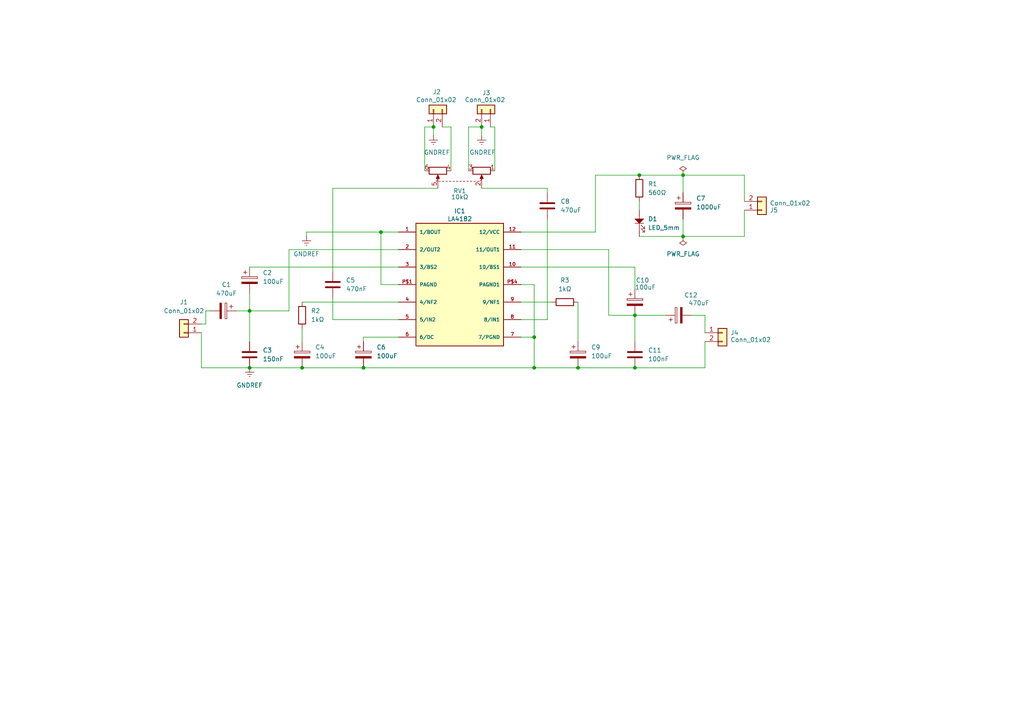
<source format=kicad_sch>
(kicad_sch (version 20250114) (generator "eeschema") (generator_version "9.0")
  (paper "A4")
  (lib_symbols
    (symbol "Connector_Generic:Conn_01x02" (pin_names (offset 1.016) (hide yes))
      (property "Reference" "J" (at 0 2.54 0))
      (property "Value" "Conn_01x02" (at 0 -5.08 0))
      (symbol "Conn_01x02_1_1"
        (rectangle (start -1.27 1.27) (end 1.27 -3.81) (stroke (width 0.254)) (fill (type background)))
        (rectangle (start -1.27 0.127) (end 0 -0.127) (stroke (width 0.1524)))
        (rectangle (start -1.27 -2.413) (end 0 -2.667) (stroke (width 0.1524)))
        (pin passive line (at -5.08 0 0) (length 3.81) (name "Pin_1") (number "1"))
        (pin passive line (at -5.08 -2.54 0) (length 3.81) (name "Pin_2") (number "2"))
      )
    )
    (symbol "Device:C" (pin_numbers (hide yes)) (pin_names (offset 0.254))
      (property "Reference" "C" (at 0.635 2.54 0))
      (property "Value" "C" (at 0.635 -2.54 0))
      (symbol "C_0_1"
        (polyline (pts (xy -2.032 0.762) (xy 2.032 0.762)) (stroke (width 0.508)))
        (polyline (pts (xy -2.032 -0.762) (xy 2.032 -0.762)) (stroke (width 0.508)))
      )
      (symbol "C_1_1"
        (pin passive line (at 0 3.81 270) (length 2.794) (name "~") (number "1"))
        (pin passive line (at 0 -3.81 90) (length 2.794) (name "~") (number "2"))
      )
    )
    (symbol "Device:C_Polarized" (pin_numbers (hide yes)) (pin_names (offset 0.254))
      (property "Reference" "C" (at 0.635 2.54 0))
      (property "Value" "C_Polarized" (at 0.635 -2.54 0))
      (symbol "C_Polarized_0_1"
        (rectangle (start -2.286 0.508) (end 2.286 1.016))
        (polyline (pts (xy -1.778 2.286) (xy -0.762 2.286)))
        (polyline (pts (xy -1.27 2.794) (xy -1.27 1.778)))
        (rectangle (start 2.286 -0.508) (end -2.286 -1.016) (fill (type outline)))
      )
      (symbol "C_Polarized_1_1"
        (pin passive line (at 0 3.81 270) (length 2.794) (name "~") (number "1"))
        (pin passive line (at 0 -3.81 90) (length 2.794) (name "~") (number "2"))
      )
    )
    (symbol "Device:R" (pin_numbers (hide yes)) (pin_names (offset 0))
      (property "Reference" "R" (at 2.032 0 90))
      (property "Value" "R" (at 0 0 90))
      (symbol "R_0_1"
        (rectangle (start -1.016 -2.54) (end 1.016 2.54) (stroke (width 0.254)))
      )
      (symbol "R_1_1"
        (pin passive line (at 0 3.81 270) (length 1.27) (name "~") (number "1"))
        (pin passive line (at 0 -3.81 90) (length 1.27) (name "~") (number "2"))
      )
    )
    (symbol "Device:R_Potentiometer_Dual" (pin_names (offset 1.016) (hide yes))
      (property "Reference" "RV" (at 0 3.81 0))
      (property "Value" "R_Potentiometer_Dual" (at 0 1.905 0))
      (symbol "R_Potentiometer_Dual_0_1"
        (rectangle (start -8.89 -1.524) (end -3.81 -3.556) (stroke (width 0.254)))
        (polyline (pts (xy -6.35 0) (xy -6.35 -1.016)))
        (polyline (pts (xy -6.35 0) (xy -6.35 -1.016)))
        (polyline (pts (xy -6.35 0) (xy -5.842 0.508)))
        (polyline (pts (xy -6.35 -1.397) (xy -6.858 -0.254) (xy -5.842 -0.254) (xy -6.35 -1.397)) (fill (type outline)))
        (polyline (pts (xy -5.588 0.508) (xy -5.08 0.508)))
        (polyline (pts (xy -4.572 0.508) (xy -4.064 0.508)))
        (polyline (pts (xy -3.556 0.508) (xy -3.048 0.508)))
        (polyline (pts (xy -2.54 0.508) (xy -2.032 0.508)))
        (polyline (pts (xy -1.524 0.508) (xy -1.016 0.508)))
        (polyline (pts (xy -0.508 0.508) (xy 0 0.508)))
        (polyline (pts (xy 0.508 0.508) (xy 1.016 0.508)))
        (polyline (pts (xy 1.524 0.508) (xy 2.032 0.508)))
        (polyline (pts (xy 2.54 0.508) (xy 3.048 0.508)))
        (polyline (pts (xy 3.556 0.508) (xy 4.064 0.508)))
        (rectangle (start 3.81 -1.524) (end 8.89 -3.556) (stroke (width 0.254)))
        (polyline (pts (xy 4.572 0.508) (xy 5.08 0.508)))
        (polyline (pts (xy 5.588 0.508) (xy 6.096 0.508)))
        (polyline (pts (xy 6.35 0) (xy 6.35 -1.016)))
        (polyline (pts (xy 6.35 0) (xy 6.35 -1.016)))
        (polyline (pts (xy 6.35 -1.397) (xy 5.842 -0.254) (xy 6.858 -0.254) (xy 6.35 -1.397)) (fill (type outline)))
        (polyline (pts (xy 6.604 0.508) (xy 6.858 0.508) (xy 6.35 0)))
      )
      (symbol "R_Potentiometer_Dual_1_1"
        (pin passive line (at -10.16 -2.54 0) (length 1.27) (name "1") (number "1"))
        (pin passive line (at -6.35 2.54 270) (length 2.54) (name "2") (number "2"))
        (pin passive line (at -2.54 -2.54 180) (length 1.27) (name "3") (number "3"))
        (pin passive line (at 2.54 -2.54 0) (length 1.27) (name "4") (number "4"))
        (pin passive line (at 6.35 2.54 270) (length 2.54) (name "5") (number "5"))
        (pin passive line (at 10.16 -2.54 180) (length 1.27) (name "6") (number "6"))
      )
    )
    (symbol "LA4182:LA4182" (pin_names (offset 1.016))
      (property "Reference" "IC" (at -5.0851 -25.4256 0))
      (property "Value" "LA4182" (at -5.0895 22.9028 0))
      (symbol "LA4182_0_0"
        (rectangle (start -17.78 -12.7) (end 17.78 12.7) (stroke (width 0.254)) (fill (type background)))
        (pin power_in line (at -15.24 17.78 270) (length 5.08) (name "7/PGND") (number "7"))
        (pin bidirectional line (at -15.24 -17.78 90) (length 5.08) (name "6/DC") (number "6"))
        (pin input line (at -10.16 17.78 270) (length 5.08) (name "8/IN1") (number "8"))
        (pin input line (at -10.16 -17.78 90) (length 5.08) (name "5/IN2") (number "5"))
        (pin bidirectional line (at -5.08 17.78 270) (length 5.08) (name "9/NF1") (number "9"))
        (pin bidirectional line (at -5.08 -17.78 90) (length 5.08) (name "4/NF2") (number "4"))
        (pin power_in line (at 0 17.78 270) (length 5.08) (name "PAGND1") (number "P$4"))
        (pin power_in line (at 0 -17.78 90) (length 5.08) (name "PAGND") (number "P$1"))
        (pin bidirectional line (at 5.08 17.78 270) (length 5.08) (name "10/BS1") (number "10"))
        (pin bidirectional line (at 5.08 -17.78 90) (length 5.08) (name "3/BS2") (number "3"))
        (pin output line (at 10.16 17.78 270) (length 5.08) (name "11/OUT1") (number "11"))
        (pin output line (at 10.16 -17.78 90) (length 5.08) (name "2/OUT2") (number "2"))
        (pin power_in line (at 15.24 17.78 270) (length 5.08) (name "12/VCC") (number "12"))
        (pin bidirectional line (at 15.24 -17.78 90) (length 5.08) (name "1/BOUT") (number "1"))
      )
    )
    (symbol "PCM_SL_Devices:LED_5mm"
      (property "Reference" "D" (at -0.508 5.334 0))
      (property "Value" "LED_5mm" (at -0.508 2.794 0))
      (symbol "LED_5mm_0_1"
        (polyline (pts (xy -1.27 0) (xy -2.54 0)))
        (polyline (pts (xy 0 1.27) (xy 0 -1.27)))
        (polyline (pts (xy 0 0) (xy -1.27 -1.27) (xy -1.27 1.27) (xy 0 0) (xy 1.27 0)) (fill (type outline)))
        (polyline (pts (xy 0.508 0.508) (xy 1.524 1.524)))
        (polyline (pts (xy 1.27 0) (xy 2.54 0)))
        (polyline (pts (xy 1.524 1.524) (xy 0.889 1.524)))
        (polyline (pts (xy 1.524 1.524) (xy 1.524 0.889)))
        (polyline (pts (xy 1.524 0.508) (xy 2.54 1.524)))
        (polyline (pts (xy 2.54 1.524) (xy 1.905 1.524)))
        (polyline (pts (xy 2.54 1.524) (xy 2.54 0.889)))
      )
      (symbol "LED_5mm_1_1"
        (pin passive line (at -3.81 0 0) (length 1.5) (name "") (number "2"))
        (pin passive line (at 3.81 0 180) (length 1.5) (name "~") (number "1"))
      )
    )
    (symbol "power:GNDREF" (power) (pin_numbers (hide yes)) (pin_names (offset 0) (hide yes))
      (property "Value" "GNDREF" (at 0 -3.81 0))
      (symbol "GNDREF_0_1"
        (polyline (pts (xy -0.635 -1.905) (xy 0.635 -1.905)))
        (polyline (pts (xy -0.127 -2.54) (xy 0.127 -2.54)))
        (polyline (pts (xy 0 -1.27) (xy 0 0)))
        (polyline (pts (xy 1.27 -1.27) (xy -1.27 -1.27)))
      )
      (symbol "GNDREF_1_1"
        (pin power_in line (at 0 0 270) (length 0) (name "~") (number "1"))
      )
    )
    (symbol "power:PWR_FLAG" (power) (pin_numbers (hide yes)) (pin_names (offset 0) (hide yes))
      (property "Value" "PWR_FLAG" (at 0 3.81 0))
      (symbol "PWR_FLAG_0_0"
        (pin power_out line (at 0 0 90) (length 0) (name "~") (number "1"))
      )
      (symbol "PWR_FLAG_0_1"
        (polyline (pts (xy 0 0) (xy 0 1.27) (xy -1.016 1.905) (xy 0 2.54) (xy 1.016 1.905) (xy 0 1.27)))
      )
    )
  )
  (junction (at 72.39 90.17))
  (junction (at 110.49 67.31))
  (junction (at 198.12 68.58))
  (junction (at 154.94 97.79))
  (junction (at 125.73 36.83))
  (junction (at 198.12 50.8))
  (junction (at 72.39 106.68))
  (junction (at 105.41 106.68))
  (junction (at 185.42 50.8))
  (junction (at 184.15 91.44))
  (junction (at 184.15 106.68))
  (junction (at 87.63 106.68))
  (junction (at 167.64 106.68))
  (junction (at 154.94 106.68))
  (junction (at 139.7 36.83))
  (wire (pts (xy 198.12 50.8) (xy 198.12 55.88)))
  (wire (pts (xy 139.7 36.83) (xy 135.89 36.83)))
  (wire (pts (xy 115.57 72.39) (xy 83.82 72.39)))
  (wire (pts (xy 139.7 36.83) (xy 139.7 39.37)))
  (wire (pts (xy 184.15 91.44) (xy 193.04 91.44)))
  (wire (pts (xy 142.24 36.83) (xy 143.51 36.83)))
  (wire (pts (xy 87.63 87.63) (xy 115.57 87.63)))
  (wire (pts (xy 154.94 97.79) (xy 151.13 97.79)))
  (wire (pts (xy 215.9 60.96) (xy 215.9 68.58)))
  (wire (pts (xy 87.63 106.68) (xy 105.41 106.68)))
  (wire (pts (xy 72.39 90.17) (xy 72.39 85.09)))
  (wire (pts (xy 125.73 36.83) (xy 125.73 39.37)))
  (wire (pts (xy 158.75 54.61) (xy 158.75 55.88)))
  (wire (pts (xy 215.9 58.42) (xy 215.9 50.8)))
  (wire (pts (xy 151.13 82.55) (xy 154.94 82.55)))
  (wire (pts (xy 139.7 54.61) (xy 158.75 54.61)))
  (wire (pts (xy 110.49 67.31) (xy 88.9 67.31)))
  (wire (pts (xy 185.42 58.42) (xy 185.42 60.96)))
  (wire (pts (xy 154.94 106.68) (xy 105.41 106.68)))
  (wire (pts (xy 172.72 50.8) (xy 185.42 50.8)))
  (wire (pts (xy 151.13 92.71) (xy 158.75 92.71)))
  (wire (pts (xy 83.82 90.17) (xy 72.39 90.17)))
  (wire (pts (xy 59.69 90.17) (xy 59.69 93.98)))
  (wire (pts (xy 151.13 87.63) (xy 160.02 87.63)))
  (wire (pts (xy 200.66 91.44) (xy 204.47 91.44)))
  (wire (pts (xy 185.42 50.8) (xy 198.12 50.8)))
  (wire (pts (xy 105.41 97.79) (xy 115.57 97.79)))
  (wire (pts (xy 115.57 67.31) (xy 110.49 67.31)))
  (wire (pts (xy 151.13 72.39) (xy 176.53 72.39)))
  (wire (pts (xy 128.27 36.83) (xy 130.81 36.83)))
  (wire (pts (xy 158.75 63.5) (xy 158.75 92.71)))
  (wire (pts (xy 184.15 91.44) (xy 184.15 99.06)))
  (wire (pts (xy 123.19 36.83) (xy 123.19 49.53)))
  (wire (pts (xy 204.47 99.06) (xy 204.47 106.68)))
  (wire (pts (xy 58.42 96.52) (xy 58.42 106.68)))
  (wire (pts (xy 59.69 90.17) (xy 60.96 90.17)))
  (wire (pts (xy 96.52 54.61) (xy 127 54.61)))
  (wire (pts (xy 115.57 92.71) (xy 96.52 92.71)))
  (wire (pts (xy 110.49 82.55) (xy 110.49 67.31)))
  (wire (pts (xy 72.39 77.47) (xy 115.57 77.47)))
  (wire (pts (xy 176.53 91.44) (xy 184.15 91.44)))
  (wire (pts (xy 167.64 106.68) (xy 184.15 106.68)))
  (wire (pts (xy 135.89 36.83) (xy 135.89 49.53)))
  (wire (pts (xy 204.47 91.44) (xy 204.47 96.52)))
  (wire (pts (xy 215.9 50.8) (xy 198.12 50.8)))
  (wire (pts (xy 167.64 87.63) (xy 167.64 99.06)))
  (wire (pts (xy 154.94 97.79) (xy 154.94 106.68)))
  (wire (pts (xy 184.15 77.47) (xy 184.15 83.82)))
  (wire (pts (xy 68.58 90.17) (xy 72.39 90.17)))
  (wire (pts (xy 172.72 67.31) (xy 172.72 50.8)))
  (wire (pts (xy 151.13 77.47) (xy 184.15 77.47)))
  (wire (pts (xy 185.42 68.58) (xy 198.12 68.58)))
  (wire (pts (xy 72.39 106.68) (xy 87.63 106.68)))
  (wire (pts (xy 96.52 78.74) (xy 96.52 54.61)))
  (wire (pts (xy 59.69 93.98) (xy 58.42 93.98)))
  (wire (pts (xy 154.94 82.55) (xy 154.94 97.79)))
  (wire (pts (xy 125.73 36.83) (xy 123.19 36.83)))
  (wire (pts (xy 215.9 68.58) (xy 198.12 68.58)))
  (wire (pts (xy 105.41 99.06) (xy 105.41 97.79)))
  (wire (pts (xy 96.52 92.71) (xy 96.52 86.36)))
  (wire (pts (xy 151.13 67.31) (xy 172.72 67.31)))
  (wire (pts (xy 198.12 68.58) (xy 198.12 63.5)))
  (wire (pts (xy 87.63 95.25) (xy 87.63 99.06)))
  (wire (pts (xy 72.39 90.17) (xy 72.39 99.06)))
  (wire (pts (xy 204.47 106.68) (xy 184.15 106.68)))
  (wire (pts (xy 130.81 36.83) (xy 130.81 49.53)))
  (wire (pts (xy 115.57 82.55) (xy 110.49 82.55)))
  (wire (pts (xy 143.51 36.83) (xy 143.51 49.53)))
  (wire (pts (xy 88.9 67.31) (xy 88.9 68.58)))
  (wire (pts (xy 176.53 72.39) (xy 176.53 91.44)))
  (wire (pts (xy 83.82 72.39) (xy 83.82 90.17)))
  (wire (pts (xy 58.42 106.68) (xy 72.39 106.68)))
  (wire (pts (xy 154.94 106.68) (xy 167.64 106.68)))
  (symbol (lib_id "Device:C_Polarized") (at 105.41 102.87 0) (unit 1)
    (property "Reference" "C6" (at 109.22 100.7109 0) (effects (justify left)))
    (property "Value" "100uF" (at 109.22 103.2509 0) (effects (justify left)))
    (property "Footprint" "Capacitor_THT:CP_Radial_D10.0mm_P5.00mm" (effects (hide yes)))
    (property "Description" "Polarized capacitor" (effects (hide yes)))
  )
  (symbol (lib_id "Device:C_Polarized") (at 167.64 102.87 0) (unit 1)
    (property "Reference" "C9" (at 171.45 100.7109 0) (effects (justify left)))
    (property "Value" "100uF" (at 171.45 103.2509 0) (effects (justify left)))
    (property "Footprint" "Capacitor_THT:CP_Radial_D10.0mm_P5.00mm" (effects (hide yes)))
    (property "Description" "Polarized capacitor" (effects (hide yes)))
  )
  (symbol (lib_id "Connector_Generic:Conn_01x02") (at 220.98 60.96 0) (mirror x) (unit 1)
    (property "Reference" "J5" (at 223.266 60.96 0) (effects (justify left)))
    (property "Value" "Conn_01x02" (at 223.266 58.928 0) (effects (justify left)))
    (property "Description" "Generic connector, single row, 01x02, script generated (kicad-library-utils/schlib/autogen/connector/)" (effects (hide yes)))
  )
  (symbol (lib_id "power:GNDREF") (at 88.9 68.58 0) (unit 1)
    (property "Reference" "#PWR01" (effects (hide yes)))
    (property "Value" "GNDREF" (at 88.9 73.66 0))
    (property "Description" "Power symbol creates a global label with name \"GNDREF\" , reference supply ground" (effects (hide yes)))
  )
  (symbol (lib_id "Connector_Generic:Conn_01x02") (at 53.34 96.52 180) (unit 1)
    (property "Reference" "J1" (at 53.34 87.63 0))
    (property "Value" "Conn_01x02" (at 53.34 90.17 0))
    (property "Description" "Generic connector, single row, 01x02, script generated (kicad-library-utils/schlib/autogen/connector/)" (effects (hide yes)))
  )
  (symbol (lib_id "Device:R") (at 87.63 91.44 0) (unit 1)
    (property "Reference" "R2" (at 90.17 90.1699 0) (effects (justify left)))
    (property "Value" "1kΩ" (at 90.17 92.7099 0) (effects (justify left)))
    (property "Description" "Resistor" (effects (hide yes)))
  )
  (symbol (lib_id "Device:C_Polarized") (at 198.12 59.69 0) (unit 1)
    (property "Reference" "C7" (at 201.93 57.5309 0) (effects (justify left)))
    (property "Value" "1000uF" (at 201.93 60.0709 0) (effects (justify left)))
    (property "Footprint" "Capacitor_THT:CP_Radial_D10.0mm_P5.00mm" (effects (hide yes)))
    (property "Description" "Polarized capacitor" (effects (hide yes)))
  )
  (symbol (lib_id "Connector_Generic:Conn_01x02") (at 209.55 96.52 0) (unit 1)
    (property "Reference" "J4" (at 211.836 96.52 0) (effects (justify left)))
    (property "Value" "Conn_01x02" (at 211.836 98.552 0) (effects (justify left)))
    (property "Description" "Generic connector, single row, 01x02, script generated (kicad-library-utils/schlib/autogen/connector/)" (effects (hide yes)))
  )
  (symbol (lib_id "Device:C_Polarized") (at 196.85 91.44 90) (unit 1)
    (property "Reference" "C12" (at 200.406 85.598 90))
    (property "Value" "470uF" (at 202.692 87.884 90))
    (property "Footprint" "Capacitor_THT:CP_Radial_D10.0mm_P5.00mm" (effects (hide yes)))
    (property "Description" "Polarized capacitor" (effects (hide yes)))
  )
  (symbol (lib_id "Device:R") (at 163.83 87.63 90) (unit 1)
    (property "Reference" "R3" (at 163.83 81.28 90))
    (property "Value" "1kΩ" (at 163.83 83.82 90))
    (property "Description" "Resistor" (effects (hide yes)))
  )
  (symbol (lib_id "Device:C_Polarized") (at 64.77 90.17 270) (unit 1)
    (property "Reference" "C1" (at 65.659 82.55 90))
    (property "Value" "470uF" (at 65.659 85.09 90))
    (property "Footprint" "Capacitor_THT:CP_Radial_D10.0mm_P5.00mm" (effects (hide yes)))
    (property "Description" "Polarized capacitor" (effects (hide yes)))
  )
  (symbol (lib_id "power:PWR_FLAG") (at 198.12 50.8 0) (unit 1)
    (property "Reference" "#FLG01" (effects (hide yes)))
    (property "Value" "PWR_FLAG" (at 198.12 45.72 0))
    (property "Description" "Special symbol for telling ERC where power comes from" (effects (hide yes)))
  )
  (symbol (lib_id "Device:C") (at 158.75 59.69 0) (unit 1)
    (property "Reference" "C8" (at 162.56 58.4199 0) (effects (justify left)))
    (property "Value" "470uF" (at 162.56 60.9599 0) (effects (justify left)))
    (property "Description" "Unpolarized capacitor" (effects (hide yes)))
  )
  (symbol (lib_id "Device:C_Polarized") (at 72.39 81.28 0) (unit 1)
    (property "Reference" "C2" (at 76.2 79.1209 0) (effects (justify left)))
    (property "Value" "100uF" (at 76.2 81.6609 0) (effects (justify left)))
    (property "Description" "Polarized capacitor" (effects (hide yes)))
  )
  (symbol (lib_id "power:PWR_FLAG") (at 198.12 68.58 180) (unit 1)
    (property "Reference" "#FLG02" (effects (hide yes)))
    (property "Value" "PWR_FLAG" (at 198.12 73.66 0))
    (property "Description" "Special symbol for telling ERC where power comes from" (effects (hide yes)))
  )
  (symbol (lib_id "Device:C") (at 72.39 102.87 0) (unit 1)
    (property "Reference" "C3" (at 76.2 101.5999 0) (effects (justify left)))
    (property "Value" "150nF" (at 76.2 104.1399 0) (effects (justify left)))
    (property "Description" "Unpolarized capacitor" (effects (hide yes)))
  )
  (symbol (lib_id "Connector_Generic:Conn_01x02") (at 125.73 31.75 90) (unit 1)
    (property "Reference" "J2" (at 125.476 26.67 90) (effects (justify right)))
    (property "Value" "Conn_01x02" (at 120.65 28.956 90) (effects (justify right)))
    (property "Description" "Generic connector, single row, 01x02, script generated (kicad-library-utils/schlib/autogen/connector/)" (effects (hide yes)))
  )
  (symbol (lib_id "LA4182:LA4182") (at 133.35 82.55 270) (mirror x) (unit 1)
    (property "Reference" "IC1" (at 133.35 61.214 90))
    (property "Value" "LA4182" (at 133.35 63.5 90))
    (property "Footprint" "Virk:LA4182" (effects (hide yes)))
    (property "MF" "Not Specified" (effects (hide yes)))
    (property "Description_1" "CILA 4182 AMPLI STÉRÉO 2X2.3W (9V 4OHMS)" (effects (hide yes)))
    (property "Package" "None" (effects (hide yes)))
    (property "Price" "None" (effects (hide yes)))
    (property "MP" "LA4182" (effects (hide yes)))
    (property "Availability" "Not in stock" (effects (hide yes)))
  )
  (symbol (lib_id "power:GNDREF") (at 125.73 39.37 0) (unit 1)
    (property "Reference" "#PWR03" (effects (hide yes)))
    (property "Value" "GNDREF" (at 126.746 44.196 0))
    (property "Description" "Power symbol creates a global label with name \"GNDREF\" , reference supply ground" (effects (hide yes)))
  )
  (symbol (lib_id "Device:C") (at 96.52 82.55 0) (unit 1)
    (property "Reference" "C5" (at 100.33 81.2799 0) (effects (justify left)))
    (property "Value" "470nF" (at 100.33 83.8199 0) (effects (justify left)))
    (property "Description" "Unpolarized capacitor" (effects (hide yes)))
  )
  (symbol (lib_id "Connector_Generic:Conn_01x02") (at 142.24 31.75 270) (mirror x) (unit 1)
    (property "Reference" "J3" (at 142.24 26.924 90) (effects (justify right)))
    (property "Value" "Conn_01x02" (at 146.558 28.956 90) (effects (justify right)))
    (property "Description" "Generic connector, single row, 01x02, script generated (kicad-library-utils/schlib/autogen/connector/)" (effects (hide yes)))
  )
  (symbol (lib_id "Device:R") (at 185.42 54.61 0) (unit 1)
    (property "Reference" "R1" (at 187.96 53.3399 0) (effects (justify left)))
    (property "Value" "560Ω" (at 187.96 55.8799 0) (effects (justify left)))
    (property "Description" "Resistor" (effects (hide yes)))
  )
  (symbol (lib_id "Device:C_Polarized") (at 87.63 102.87 0) (unit 1)
    (property "Reference" "C4" (at 91.44 100.7109 0) (effects (justify left)))
    (property "Value" "100uF" (at 91.44 103.2509 0) (effects (justify left)))
    (property "Footprint" "Capacitor_THT:CP_Radial_D10.0mm_P5.00mm" (effects (hide yes)))
    (property "Description" "Polarized capacitor" (effects (hide yes)))
  )
  (symbol (lib_id "Device:C_Polarized") (at 184.15 87.63 0) (unit 1)
    (property "Reference" "C10" (at 184.404 81.28 0) (effects (justify left)))
    (property "Value" "100uF" (at 184.15 83.312 0) (effects (justify left)))
    (property "Footprint" "Capacitor_THT:CP_Radial_D10.0mm_P5.00mm" (effects (hide yes)))
    (property "Description" "Polarized capacitor" (effects (hide yes)))
  )
  (symbol (lib_id "power:GNDREF") (at 72.39 106.68 0) (unit 1)
    (property "Reference" "#PWR02" (effects (hide yes)))
    (property "Value" "GNDREF" (at 72.39 111.76 0))
    (property "Description" "Power symbol creates a global label with name \"GNDREF\" , reference supply ground" (effects (hide yes)))
  )
  (symbol (lib_id "Device:R_Potentiometer_Dual") (at 133.35 52.07 180) (unit 1)
    (property "Reference" "RV1" (at 133.35 55.372 0))
    (property "Value" "10kΩ" (at 133.35 57.15 0))
    (property "Description" "Dual potentiometer" (effects (hide yes)))
  )
  (symbol (lib_id "power:GNDREF") (at 139.7 39.37 0) (unit 1)
    (property "Reference" "#PWR04" (effects (hide yes)))
    (property "Value" "GNDREF" (at 139.954 44.196 0))
    (property "Description" "Power symbol creates a global label with name \"GNDREF\" , reference supply ground" (effects (hide yes)))
  )
  (symbol (lib_id "PCM_SL_Devices:LED_5mm") (at 185.42 64.77 270) (unit 1)
    (property "Reference" "D1" (at 187.96 63.4999 90) (effects (justify left)))
    (property "Value" "LED_5mm" (at 187.96 66.0399 90) (effects (justify left)))
    (property "Footprint" "LED_THT:LED_D5.0mm" (effects (hide yes)))
    (property "Description" "Common 5mm diameter LED" (effects (hide yes)))
  )
  (symbol (lib_id "Device:C") (at 184.15 102.87 0) (unit 1)
    (property "Reference" "C11" (at 187.96 101.5999 0) (effects (justify left)))
    (property "Value" "100nF" (at 187.96 104.1399 0) (effects (justify left)))
    (property "Description" "Unpolarized capacitor" (effects (hide yes)))
  )
)
</source>
